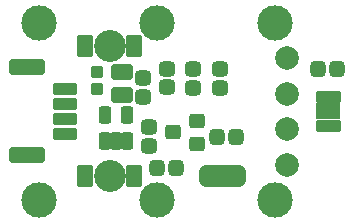
<source format=gbr>
G04 #@! TF.GenerationSoftware,KiCad,Pcbnew,(5.99.0-10394-g2e15de97e0)*
G04 #@! TF.CreationDate,2021-04-26T16:11:07+02:00*
G04 #@! TF.ProjectId,TFHT01A,54464854-3031-4412-9e6b-696361645f70,REV*
G04 #@! TF.SameCoordinates,PX78dfd90PY8290510*
G04 #@! TF.FileFunction,Soldermask,Bot*
G04 #@! TF.FilePolarity,Negative*
%FSLAX46Y46*%
G04 Gerber Fmt 4.6, Leading zero omitted, Abs format (unit mm)*
G04 Created by KiCad (PCBNEW (5.99.0-10394-g2e15de97e0)) date 2021-04-26 16:11:07*
%MOMM*%
%LPD*%
G01*
G04 APERTURE LIST*
G04 Aperture macros list*
%AMRoundRect*
0 Rectangle with rounded corners*
0 $1 Rounding radius*
0 $2 $3 $4 $5 $6 $7 $8 $9 X,Y pos of 4 corners*
0 Add a 4 corners polygon primitive as box body*
4,1,4,$2,$3,$4,$5,$6,$7,$8,$9,$2,$3,0*
0 Add four circle primitives for the rounded corners*
1,1,$1+$1,$2,$3*
1,1,$1+$1,$4,$5*
1,1,$1+$1,$6,$7*
1,1,$1+$1,$8,$9*
0 Add four rect primitives between the rounded corners*
20,1,$1+$1,$2,$3,$4,$5,0*
20,1,$1+$1,$4,$5,$6,$7,0*
20,1,$1+$1,$6,$7,$8,$9,0*
20,1,$1+$1,$8,$9,$2,$3,0*%
%AMFreePoly0*
4,1,41,0.636777,0.930194,0.706366,0.874698,0.744986,0.794504,0.750000,0.750000,0.750000,-0.750000,0.730194,-0.836777,0.674698,-0.906366,0.594504,-0.944986,0.550000,-0.950000,0.000000,-0.950000,-0.023504,-0.944635,-0.083606,-0.943534,-0.139582,-0.934468,-0.274897,-0.892193,-0.326080,-0.867780,-0.444090,-0.789225,-0.486362,-0.751429,-0.577582,-0.642910,-0.607548,-0.594768,-0.664643,-0.465009,
-0.679893,-0.410393,-0.697476,-0.275933,-0.697084,-0.275882,-0.700000,-0.250000,-0.700000,0.250000,-0.697921,0.259109,-0.697582,0.286880,-0.675771,0.426957,-0.659192,0.481183,-0.598944,0.609508,-0.567811,0.656904,-0.473967,0.763162,-0.430783,0.799915,-0.310888,0.875563,-0.259125,0.898717,-0.122818,0.937674,-0.066635,0.945370,-0.042411,0.945222,0.000000,0.950000,0.550000,0.950000,
0.636777,0.930194,0.636777,0.930194,$1*%
%AMFreePoly1*
4,1,41,0.022678,0.944824,0.075125,0.944504,0.131210,0.936123,0.267031,0.895504,0.318507,0.871718,0.437469,0.794611,0.480202,0.757333,0.572740,0.649936,0.603290,0.602165,0.661967,0.473113,0.677883,0.418686,0.697980,0.278353,0.700000,0.250000,0.700000,-0.250000,0.699985,-0.252439,0.699836,-0.264655,0.697079,-0.295398,0.673559,-0.435199,0.656318,-0.489221,0.594506,-0.616800,
0.562797,-0.663810,0.467662,-0.768914,0.424032,-0.805137,0.303222,-0.879314,0.251181,-0.901834,0.114408,-0.939123,0.058135,-0.946132,0.037663,-0.945757,0.000000,-0.950000,-0.550000,-0.950000,-0.636777,-0.930194,-0.706366,-0.874698,-0.744986,-0.794504,-0.750000,-0.750000,-0.750000,0.750000,-0.730194,0.836777,-0.674698,0.906366,-0.594504,0.944986,-0.550000,0.950000,0.000000,0.950000,
0.022678,0.944824,0.022678,0.944824,$1*%
G04 Aperture macros list end*
%ADD10C,2.000000*%
%ADD11C,3.000000*%
%ADD12FreePoly0,180.000000*%
%ADD13RoundRect,0.200000X0.500000X0.750000X-0.500000X0.750000X-0.500000X-0.750000X0.500000X-0.750000X0*%
%ADD14FreePoly1,180.000000*%
%ADD15C,2.700000*%
%ADD16RoundRect,0.200000X0.475000X0.750000X-0.475000X0.750000X-0.475000X-0.750000X0.475000X-0.750000X0*%
%ADD17RoundRect,0.318750X0.356250X-0.318750X0.356250X0.318750X-0.356250X0.318750X-0.356250X-0.318750X0*%
%ADD18RoundRect,0.200000X-0.350000X0.300000X-0.350000X-0.300000X0.350000X-0.300000X0.350000X0.300000X0*%
%ADD19RoundRect,0.250000X0.800000X-0.250000X0.800000X0.250000X-0.800000X0.250000X-0.800000X-0.250000X0*%
%ADD20RoundRect,0.350000X1.200000X-0.350000X1.200000X0.350000X-1.200000X0.350000X-1.200000X-0.350000X0*%
%ADD21RoundRect,0.318750X0.318750X0.356250X-0.318750X0.356250X-0.318750X-0.356250X0.318750X-0.356250X0*%
%ADD22RoundRect,0.200000X0.150000X-0.300000X0.150000X0.300000X-0.150000X0.300000X-0.150000X-0.300000X0*%
%ADD23RoundRect,0.200000X0.850000X-0.500000X0.850000X0.500000X-0.850000X0.500000X-0.850000X-0.500000X0*%
%ADD24RoundRect,0.318750X-0.318750X-0.356250X0.318750X-0.356250X0.318750X0.356250X-0.318750X0.356250X0*%
%ADD25RoundRect,0.200000X0.450000X0.400000X-0.450000X0.400000X-0.450000X-0.400000X0.450000X-0.400000X0*%
%ADD26RoundRect,0.200000X0.698500X-0.444500X0.698500X0.444500X-0.698500X0.444500X-0.698500X-0.444500X0*%
%ADD27RoundRect,0.200000X0.325000X-0.530000X0.325000X0.530000X-0.325000X0.530000X-0.325000X-0.530000X0*%
%ADD28RoundRect,0.318750X-0.356250X0.318750X-0.356250X-0.318750X0.356250X-0.318750X0.356250X0.318750X0*%
G04 APERTURE END LIST*
D10*
G04 #@! TO.C,REF\u002A\u002A*
X-103246000Y148906000D03*
G04 #@! TD*
D11*
G04 #@! TO.C,M4*
X-114246000Y151906000D03*
G04 #@! TD*
G04 #@! TO.C,M2*
X-114246000Y136906000D03*
G04 #@! TD*
D10*
G04 #@! TO.C,REF\u002A\u002A*
X-103246000Y142906000D03*
G04 #@! TD*
G04 #@! TO.C,REF\u002A\u002A*
X-103246000Y145906000D03*
G04 #@! TD*
G04 #@! TO.C,REF\u002A\u002A*
X-103246000Y139906000D03*
G04 #@! TD*
D11*
G04 #@! TO.C,M6*
X-124246000Y151906000D03*
G04 #@! TD*
G04 #@! TO.C,M5*
X-104246000Y136906000D03*
G04 #@! TD*
G04 #@! TO.C,M1*
X-104246000Y151906000D03*
G04 #@! TD*
G04 #@! TO.C,M3*
X-124246000Y136906000D03*
G04 #@! TD*
D12*
G04 #@! TO.C,JP1*
X-107412000Y138938000D03*
D13*
X-108712000Y138938000D03*
D14*
X-110012000Y138938000D03*
G04 #@! TD*
D15*
G04 #@! TO.C,D2*
X-118246000Y149906000D03*
D16*
X-120321000Y149906000D03*
X-116171000Y149906000D03*
G04 #@! TD*
D17*
G04 #@! TO.C,C4*
X-114935000Y141478000D03*
X-114935000Y143053000D03*
G04 #@! TD*
D18*
G04 #@! TO.C,D1*
X-119380000Y146301000D03*
X-119380000Y147701000D03*
G04 #@! TD*
D15*
G04 #@! TO.C,D3*
X-118246000Y138906000D03*
D16*
X-120321000Y138906000D03*
X-116171000Y138906000D03*
G04 #@! TD*
D19*
G04 #@! TO.C,J1*
X-122096000Y142531000D03*
X-122096000Y143781000D03*
X-122096000Y145031000D03*
X-122096000Y146281000D03*
D20*
X-125296000Y140681000D03*
X-125296000Y148131000D03*
G04 #@! TD*
D21*
G04 #@! TO.C,R2*
X-107569000Y142240000D03*
X-109144000Y142240000D03*
G04 #@! TD*
D22*
G04 #@! TO.C,U1*
X-98996000Y143206000D03*
X-99496000Y143206000D03*
X-99996000Y143206000D03*
X-100496000Y143206000D03*
X-100496000Y145606000D03*
X-99996000Y145606000D03*
X-99496000Y145606000D03*
X-98996000Y145606000D03*
D23*
X-99746000Y144406000D03*
G04 #@! TD*
D24*
G04 #@! TO.C,C5*
X-100635000Y147955000D03*
X-99060000Y147955000D03*
G04 #@! TD*
G04 #@! TO.C,R4*
X-114224000Y139573000D03*
X-112649000Y139573000D03*
G04 #@! TD*
D17*
G04 #@! TO.C,C1*
X-115443000Y145618000D03*
X-115443000Y147193000D03*
G04 #@! TD*
D25*
G04 #@! TO.C,Q1*
X-110887000Y143571000D03*
X-110887000Y141671000D03*
X-112887000Y142621000D03*
G04 #@! TD*
D26*
G04 #@! TO.C,C3*
X-117221000Y145796000D03*
X-117221000Y147701000D03*
G04 #@! TD*
D27*
G04 #@! TO.C,U3*
X-116779000Y141902000D03*
X-117729000Y141902000D03*
X-118679000Y141902000D03*
X-118679000Y144102000D03*
X-116779000Y144102000D03*
G04 #@! TD*
D28*
G04 #@! TO.C,R3*
X-108966000Y147980500D03*
X-108966000Y146405500D03*
G04 #@! TD*
G04 #@! TO.C,R10*
X-111252000Y147955000D03*
X-111252000Y146380000D03*
G04 #@! TD*
D17*
G04 #@! TO.C,R1*
X-113411000Y146431000D03*
X-113411000Y148006000D03*
G04 #@! TD*
M02*

</source>
